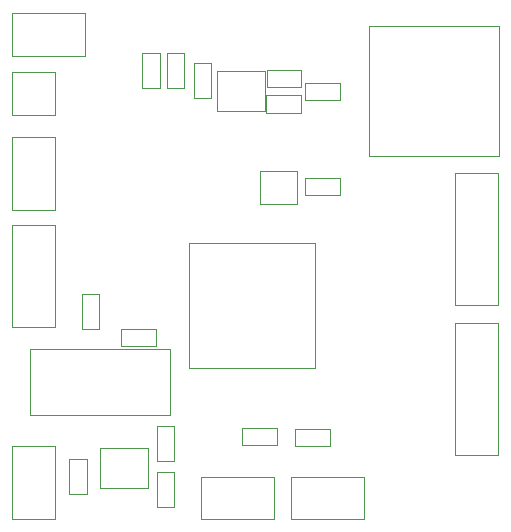
<source format=gbr>
%TF.GenerationSoftware,KiCad,Pcbnew,7.0.8-7.0.8~ubuntu22.04.1*%
%TF.CreationDate,2023-11-09T22:33:04+02:00*%
%TF.ProjectId,elepajaradio,656c6570-616a-4617-9261-64696f2e6b69,rev?*%
%TF.SameCoordinates,Original*%
%TF.FileFunction,Other,User*%
%FSLAX46Y46*%
G04 Gerber Fmt 4.6, Leading zero omitted, Abs format (unit mm)*
G04 Created by KiCad (PCBNEW 7.0.8-7.0.8~ubuntu22.04.1) date 2023-11-09 22:33:04*
%MOMM*%
%LPD*%
G01*
G04 APERTURE LIST*
%ADD10C,0.050000*%
G04 APERTURE END LIST*
D10*
%TO.C,C8*%
X147970000Y-87120000D02*
X150930000Y-87120000D01*
X147970000Y-88580000D02*
X147970000Y-87120000D01*
X150930000Y-87120000D02*
X150930000Y-88580000D01*
X150930000Y-88580000D02*
X147970000Y-88580000D01*
%TO.C,C2*%
X129050000Y-99900000D02*
X129050000Y-96940000D01*
X130510000Y-99900000D02*
X129050000Y-99900000D01*
X129050000Y-96940000D02*
X130510000Y-96940000D01*
X130510000Y-96940000D02*
X130510000Y-99900000D01*
%TO.C,R3*%
X142655000Y-108280000D02*
X145615000Y-108280000D01*
X142655000Y-109740000D02*
X142655000Y-108280000D01*
X145615000Y-108280000D02*
X145615000Y-109740000D01*
X145615000Y-109740000D02*
X142655000Y-109740000D01*
%TO.C,AE1*%
X164370000Y-85310000D02*
X153370000Y-85310000D01*
X164370000Y-74310000D02*
X164370000Y-85310000D01*
X153370000Y-85310000D02*
X153370000Y-74310000D01*
X153370000Y-74310000D02*
X164370000Y-74310000D01*
%TO.C,R5*%
X135655649Y-76609165D02*
X135655649Y-79569165D01*
X134195649Y-76609165D02*
X135655649Y-76609165D01*
X135655649Y-79569165D02*
X134195649Y-79569165D01*
X134195649Y-79569165D02*
X134195649Y-76609165D01*
%TO.C,C5*%
X136867119Y-112083400D02*
X136867119Y-115043400D01*
X135407119Y-112083400D02*
X136867119Y-112083400D01*
X136867119Y-115043400D02*
X135407119Y-115043400D01*
X135407119Y-115043400D02*
X135407119Y-112083400D01*
%TO.C,SW2*%
X139170000Y-116030000D02*
X145320000Y-116030000D01*
X145320000Y-116030000D02*
X145320000Y-112430000D01*
X139170000Y-112430000D02*
X139170000Y-116030000D01*
X145320000Y-112430000D02*
X139170000Y-112430000D01*
%TO.C,J4*%
X123200000Y-78200000D02*
X123200000Y-81800000D01*
X123200000Y-81800000D02*
X126800000Y-81800000D01*
X126800000Y-78200000D02*
X123200000Y-78200000D01*
X126800000Y-81800000D02*
X126800000Y-78200000D01*
%TO.C,SW3*%
X146790000Y-116030000D02*
X152940000Y-116030000D01*
X152940000Y-116030000D02*
X152940000Y-112430000D01*
X146790000Y-112430000D02*
X146790000Y-116030000D01*
X152940000Y-112430000D02*
X146790000Y-112430000D01*
%TO.C,C3*%
X128020918Y-113938408D02*
X128020918Y-110978408D01*
X129480918Y-113938408D02*
X128020918Y-113938408D01*
X128020918Y-110978408D02*
X129480918Y-110978408D01*
X129480918Y-110978408D02*
X129480918Y-113938408D01*
%TO.C,Y1*%
X136550000Y-107250000D02*
X136550000Y-101650000D01*
X136550000Y-101650000D02*
X124650000Y-101650000D01*
X124650000Y-107250000D02*
X136550000Y-107250000D01*
X124650000Y-101650000D02*
X124650000Y-107250000D01*
%TO.C,J1*%
X160700000Y-99390000D02*
X160700000Y-110590000D01*
X160700000Y-110590000D02*
X164300000Y-110590000D01*
X164300000Y-99390000D02*
X160700000Y-99390000D01*
X164300000Y-110590000D02*
X164300000Y-99390000D01*
%TO.C,U4*%
X130570000Y-109990000D02*
X130570000Y-113390000D01*
X130570000Y-113390000D02*
X134670000Y-113390000D01*
X134670000Y-109990000D02*
X130570000Y-109990000D01*
X134670000Y-113390000D02*
X134670000Y-109990000D01*
%TO.C,C4*%
X135428007Y-111136205D02*
X135428007Y-108176205D01*
X136888007Y-111136205D02*
X135428007Y-111136205D01*
X135428007Y-108176205D02*
X136888007Y-108176205D01*
X136888007Y-108176205D02*
X136888007Y-111136205D01*
%TO.C,U5*%
X147330000Y-89350000D02*
X147330000Y-86550000D01*
X144130000Y-89350000D02*
X147330000Y-89350000D01*
X144130000Y-86550000D02*
X147330000Y-86550000D01*
X144130000Y-86550000D02*
X144130000Y-89350000D01*
%TO.C,MK1*%
X123200000Y-76800000D02*
X129350000Y-76800000D01*
X129350000Y-76800000D02*
X129350000Y-73200000D01*
X123200000Y-73200000D02*
X123200000Y-76800000D01*
X129350000Y-73200000D02*
X123200000Y-73200000D01*
%TO.C,R4*%
X147670000Y-79480000D02*
X144710000Y-79480000D01*
X147670000Y-78020000D02*
X147670000Y-79480000D01*
X144710000Y-79480000D02*
X144710000Y-78020000D01*
X144710000Y-78020000D02*
X147670000Y-78020000D01*
%TO.C,SW1*%
X123200000Y-91115000D02*
X123200000Y-99765000D01*
X123200000Y-99765000D02*
X126800000Y-99765000D01*
X126800000Y-91115000D02*
X123200000Y-91115000D01*
X126800000Y-99765000D02*
X126800000Y-91115000D01*
%TO.C,J3*%
X126800000Y-116030000D02*
X126800000Y-109880000D01*
X126800000Y-109880000D02*
X123200000Y-109880000D01*
X123200000Y-116030000D02*
X126800000Y-116030000D01*
X123200000Y-109880000D02*
X123200000Y-116030000D01*
%TO.C,U1*%
X140482500Y-78120000D02*
X140482500Y-81520000D01*
X140482500Y-81520000D02*
X144582500Y-81520000D01*
X144582500Y-78120000D02*
X140482500Y-78120000D01*
X144582500Y-81520000D02*
X144582500Y-78120000D01*
%TO.C,R1*%
X147650000Y-81620000D02*
X144690000Y-81620000D01*
X147650000Y-80160000D02*
X147650000Y-81620000D01*
X144690000Y-81620000D02*
X144690000Y-80160000D01*
X144690000Y-80160000D02*
X147650000Y-80160000D01*
%TO.C,J2*%
X123200000Y-83725000D02*
X123200000Y-89875000D01*
X123200000Y-89875000D02*
X126800000Y-89875000D01*
X126800000Y-83725000D02*
X123200000Y-83725000D01*
X126800000Y-89875000D02*
X126800000Y-83725000D01*
%TO.C,C1*%
X132420000Y-99920000D02*
X135380000Y-99920000D01*
X132420000Y-101380000D02*
X132420000Y-99920000D01*
X135380000Y-99920000D02*
X135380000Y-101380000D01*
X135380000Y-101380000D02*
X132420000Y-101380000D01*
%TO.C,U2*%
X160700000Y-86690000D02*
X160700000Y-97890000D01*
X160700000Y-97890000D02*
X164300000Y-97890000D01*
X164300000Y-86690000D02*
X160700000Y-86690000D01*
X164300000Y-97890000D02*
X164300000Y-86690000D01*
%TO.C,C7*%
X150889156Y-80570000D02*
X147929156Y-80570000D01*
X150889156Y-79110000D02*
X150889156Y-80570000D01*
X147929156Y-80570000D02*
X147929156Y-79110000D01*
X147929156Y-79110000D02*
X150889156Y-79110000D01*
%TO.C,U3*%
X138180000Y-92650000D02*
X138180000Y-103250000D01*
X138180000Y-92650000D02*
X148780000Y-92650000D01*
X138180000Y-103250000D02*
X148780000Y-103250000D01*
X148780000Y-92650000D02*
X148780000Y-103250000D01*
%TO.C,C6*%
X137730000Y-76545000D02*
X137730000Y-79505000D01*
X136270000Y-76545000D02*
X137730000Y-76545000D01*
X137730000Y-79505000D02*
X136270000Y-79505000D01*
X136270000Y-79505000D02*
X136270000Y-76545000D01*
%TO.C,R2*%
X150070000Y-109880000D02*
X147110000Y-109880000D01*
X150070000Y-108420000D02*
X150070000Y-109880000D01*
X147110000Y-109880000D02*
X147110000Y-108420000D01*
X147110000Y-108420000D02*
X150070000Y-108420000D01*
%TO.C,L1*%
X138554156Y-80421076D02*
X138554156Y-77461076D01*
X140014156Y-80421076D02*
X138554156Y-80421076D01*
X138554156Y-77461076D02*
X140014156Y-77461076D01*
X140014156Y-77461076D02*
X140014156Y-80421076D01*
%TD*%
M02*

</source>
